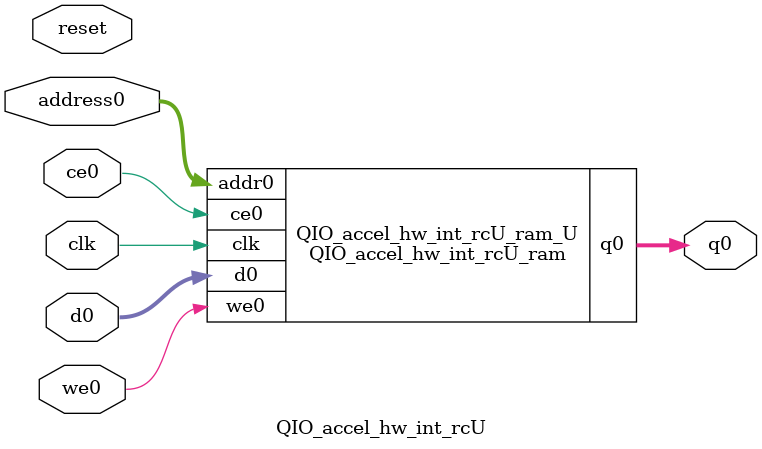
<source format=v>
`timescale 1 ns / 1 ps
module QIO_accel_hw_int_rcU_ram (addr0, ce0, d0, we0, q0,  clk);

parameter DWIDTH = 32;
parameter AWIDTH = 8;
parameter MEM_SIZE = 256;

input[AWIDTH-1:0] addr0;
input ce0;
input[DWIDTH-1:0] d0;
input we0;
output reg[DWIDTH-1:0] q0;
input clk;

(* ram_style = "block" *)reg [DWIDTH-1:0] ram[0:MEM_SIZE-1];




always @(posedge clk)  
begin 
    if (ce0) begin
        if (we0) 
            ram[addr0] <= d0; 
        q0 <= ram[addr0];
    end
end


endmodule

`timescale 1 ns / 1 ps
module QIO_accel_hw_int_rcU(
    reset,
    clk,
    address0,
    ce0,
    we0,
    d0,
    q0);

parameter DataWidth = 32'd32;
parameter AddressRange = 32'd256;
parameter AddressWidth = 32'd8;
input reset;
input clk;
input[AddressWidth - 1:0] address0;
input ce0;
input we0;
input[DataWidth - 1:0] d0;
output[DataWidth - 1:0] q0;



QIO_accel_hw_int_rcU_ram QIO_accel_hw_int_rcU_ram_U(
    .clk( clk ),
    .addr0( address0 ),
    .ce0( ce0 ),
    .we0( we0 ),
    .d0( d0 ),
    .q0( q0 ));

endmodule


</source>
